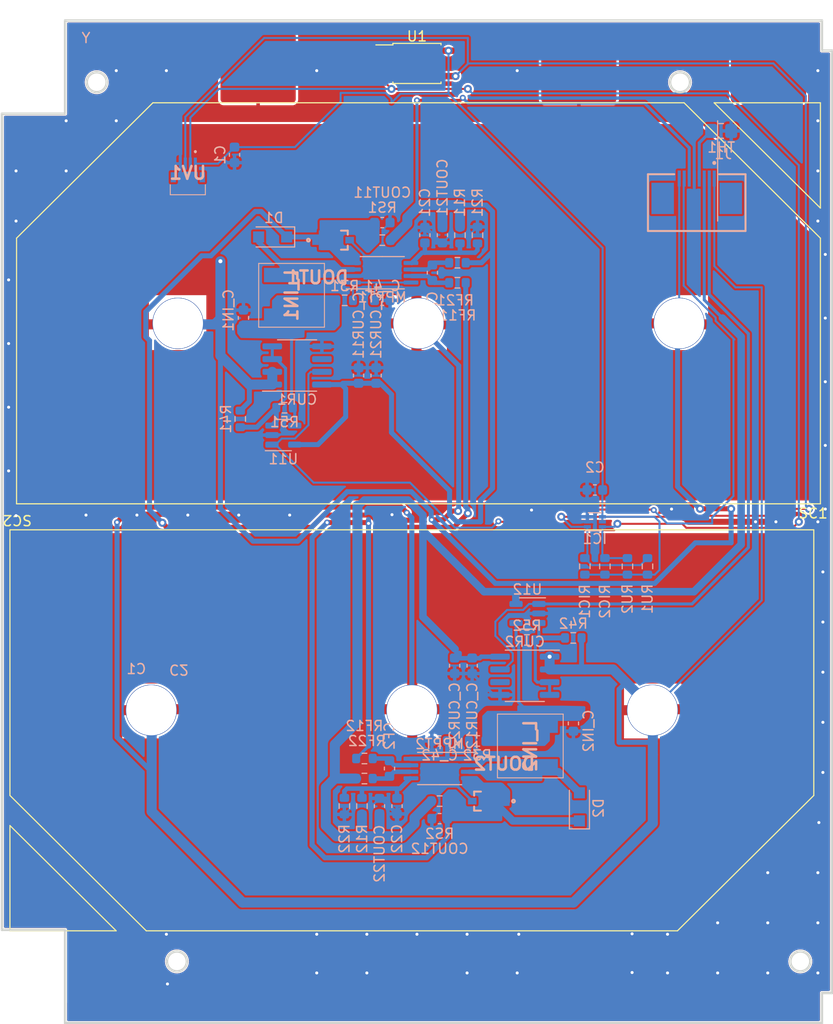
<source format=kicad_pcb>
(kicad_pcb (version 20211014) (generator pcbnew)
  (layers (0 "F.Cu" signal) (31 "B.Cu" signal) (34 "B.Paste" user) (35 "F.Paste" user) (36 "B.SilkS" user "B.Silkscreen") (37 "F.SilkS" user "F.Silkscreen") (38 "B.Mask" user) (39 "F.Mask" user) (44 "Edge.Cuts" user))
  (net 0 "")
  (net 1 "GND")
  (net 2 "/+3V3")
  (net 3 "/SCL")
  (net 5 "/SDA")
  (net 6 "Net-(C21-Pad1)")
  (net 7 "Net-(C22-Pad1)")
  (net 8 "Net-(CF2-Pad1)")
  (net 9 "Net-(CF1-Pad1)")
  (net 10 "/SC1_V+")
  (net 11 "/SC1_I+")
  (net 12 "/MPPT1")
  (net 13 "Net-(CF1-Pad2)")
  (net 14 "/MPPT2")
  (net 15 "/SC2_I+")
  (net 16 "/SC2_V+")
  (net 17 "Net-(CF2-Pad2)")
  (net 20 "Net-(C_41-Pad2)")
  (net 21 "Net-(C_42-Pad2)")
  (net 22 "/SolarMPPT/MPPT1_OUT")
  (net 23 "/SolarMPPT/MPPT2_OUT")
  (net 24 "/SolarMPPT/CUR1_OUT")
  (net 25 "/SolarMPPT/CUR2_OUT")
  (net 26 "/SolarMPPT/MPPT1_IN")
  (net 27 "/SolarMPPT/MPPT2_IN")
  (net 28 "/TEMP+")
  (net 30 "/SolarMPPT/CUR1_OUT(1)")
  (net 31 "/SolarMPPT/CUR2_OUT(1)")
  (footprint "STS_solder:3G30A_40x80_Y_SC2" (layer "F.Cu") (at 124.492 110.2978 180)
    (fp_text reference "SC2")
    (fp_text value "Solar_Cell")
  )
  (footprint "STS_solder:3G30A_40x80_Y_SC1" (layer "F.Cu") (at 125.1524 67.705)
    (fp_text reference "SC1")
    (fp_text value "Solar_Cell")
  )
  (footprint "Package_SO:SO-4_4.4x3.6mm_P2.54mm" (layer "F.Cu") (at 125 43.78)
    (fp_text reference "U1")
    (fp_text value "GUVA-C32SM")
  )
  (footprint "USER_OUTLINE:OUTLINE_SidepanelY+" (layer "F.Cu") (at 125 89.5)
    (fp_text reference "Outline1" hide)
    (fp_text value "OUTLINE_Sidepanel")
    (fp_line (start -35.1 50) (end 40.4 50) (layer "Edge.Cuts") (width 0.25))
    (fp_line (start 40.4 50) (end 40.4 47) (layer "Edge.Cuts") (width 0.25))
    (fp_line (start 41.4 -47) (end 41.4 47) (layer "Edge.Cuts") (width 0.25))
    (fp_line (start -35.1 -40.7) (end -35.1 -50) (layer "Edge.Cuts") (width 0.25))
    (fp_line (start 41.4 47) (end 40.4 47) (layer "Edge.Cuts") (width 0.25))
    (fp_line (start 41.4 -47) (end 40.4 -47) (layer "Edge.Cuts") (width 0.25))
    (fp_line (start -41.4 -40.7) (end -35.1 -40.7) (layer "Edge.Cuts") (width 0.25))
    (fp_line (start -41.4 -40.7) (end -41.4 40.7) (layer "Edge.Cuts") (width 0.25))
    (fp_line (start 40.4 -50) (end 40.4 -47) (layer "Edge.Cuts") (width 0.25))
    (fp_line (start -41.4 40.7) (end -35.1 40.7) (layer "Edge.Cuts") (width 0.25))
    (fp_line (start -35.1 40.7) (end -35.1 50) (layer "Edge.Cuts") (width 0.25))
    (fp_line (start -35.1 -50) (end 40.4 -50) (layer "Edge.Cuts") (width 0.25))
    (fp_circle (center 26.25 -43.85) (end 27.25 -43.85) (layer "Edge.Cuts") (width 0.25) (fill none))
    (fp_circle (center -23.95 43.85) (end -22.95 43.85) (layer "Edge.Cuts") (width 0.25) (fill none))
    (fp_circle (center -31.95 -43.85) (end -30.95 -43.85) (layer "Edge.Cuts") (width 0.25) (fill none))
    (fp_circle (center 38.25 43.85) (end 39.25 43.85) (layer "Edge.Cuts") (width 0.25) (fill none))
  )
  (footprint "STS_Connector:SAMTEC_ZF5S-08-01-T-WT" (layer "B.Cu") (at 152.914 57.242 180)
    (fp_text reference "J1")
    (fp_text value "Conn_01x08")
  )
  (footprint "Resistor_SMD:R_0603_1608Metric" (layer "B.Cu") (at 117.76 117.86 90)
    (fp_text reference "R22")
    (fp_text value "330k")
  )
  (footprint "Resistor_SMD:R_0603_1608Metric" (layer "B.Cu") (at 131.04 60.9075 -90)
    (fp_text reference "R21")
    (fp_text value "330k")
  )
  (footprint "STS_Inductor_SMD:XAL6060103MEC" (layer "B.Cu") (at 112.49 66.9075 90)
    (fp_text reference "L_IN1")
    (fp_text value "10u" hide)
  )
  (footprint "Resistor_SMD:R_0603_1608Metric" (layer "B.Cu") (at 140.5956 101.0824 180)
    (fp_text reference "R42")
    (fp_text value "0")
  )
  (footprint "Resistor_SMD:R_0805_2012Metric_Pad1.20x1.40mm_HandSolder" (layer "B.Cu") (at 155.353 50.511)
    (fp_text reference "TH1")
    (fp_text value "Thermistor_NTC")
  )
  (footprint "Resistor_SMD:R_0603_1608Metric" (layer "B.Cu") (at 119.76 113.11)
    (fp_text reference "RF12")
    (fp_text value "1k")
  )
  (footprint "Resistor_SMD:R_0603_1608Metric" (layer "B.Cu") (at 111.792 78.1208)
    (fp_text reference "R51")
    (fp_text value "10m")
  )
  (footprint "Capacitor_SMD:C_0603_1608Metric" (layer "B.Cu") (at 106.8 52.9 -90)
    (fp_text reference "C1")
    (fp_text value "1u")
  )
  (footprint "Resistor_SMD:R_0603_1608Metric" (layer "B.Cu") (at 107.3724 79.2384 -90)
    (fp_text reference "R41")
    (fp_text value "0")
  )
  (footprint "Capacitor_SMD:C_0603_1608Metric" (layer "B.Cu") (at 142.75 86.325)
    (fp_text reference "C2")
    (fp_text value "1u")
  )
  (footprint "Capacitor_SMD:C_0603_1608Metric" (layer "B.Cu") (at 107.69 69.1575 90)
    (fp_text reference "C_IN1")
    (fp_text value "10u")
  )
  (footprint "Package_TO_SOT_SMD:SOT-563" (layer "B.Cu") (at 142.75 89.5)
    (fp_text reference "IC1")
    (fp_text value "TMP112AQDRLRQ1")
  )
  (footprint "Resistor_SMD:R_0603_1608Metric" (layer "B.Cu") (at 119.76 115.11)
    (fp_text reference "RF22")
    (fp_text value "1k")
  )
  (footprint "Package_SO:SOIC-8_3.9x4.9mm_P1.27mm" (layer "B.Cu") (at 135.76 104.86 180)
    (fp_text reference "CUR2")
    (fp_text value "TMCS1101A3BQDT")
  )
  (footprint "SamacSys:STMITE" (layer "B.Cu") (at 133.01 117.36 180)
    (fp_text reference "DOUT2")
    (fp_text value "SMM4F5.0" hide)
  )
  (footprint "STS_Connector:5014610491" (layer "B.Cu") (at 102.14 54.702 180)
    (fp_text reference "UV1")
    (fp_text value "501461-0491" hide)
  )
  (footprint "Capacitor_SMD:C_0603_1608Metric" (layer "B.Cu") (at 121.26 117.86 90)
    (fp_text reference "COUT22")
    (fp_text value "10u")
  )
  (footprint "Capacitor_SMD:C_0603_1608Metric" (layer "B.Cu") (at 127.54 60.9075 -90)
    (fp_text reference "COUT21")
    (fp_text value "10u")
  )
  (footprint "Capacitor_SMD:C_0603_1608Metric" (layer "B.Cu") (at 127.26 119.11 180)
    (fp_text reference "COUT12")
    (fp_text value "4u7")
  )
  (footprint "Resistor_SMD:R_0603_1608Metric" (layer "B.Cu") (at 129.29 60.9075 90)
    (fp_text reference "R11")
    (fp_text value "1M")
  )
  (footprint "Package_TO_SOT_SMD:SOT-23-5" (layer "B.Cu") (at 136.0236 98.644 180)
    (fp_text reference "U12")
    (fp_text value "INA180A4")
  )
  (footprint "Capacitor_SMD:C_0603_1608Metric" (layer "B.Cu") (at 122.26 114.11 90)
    (fp_text reference "CF2")
    (fp_text value "1u")
  )
  (footprint "Capacitor_SMD:C_0603_1608Metric" (layer "B.Cu") (at 120.925 74.9075 90)
    (fp_text reference "C_CUR21")
    (fp_text value "10u")
  )
  (footprint "Resistor_SMD:R_0603_1608Metric" (layer "B.Cu") (at 146 93.945 90)
    (fp_text reference "RU2")
    (fp_text value "4k7")
  )
  (footprint "SamacSys:STMITE" (layer "B.Cu") (at 115.79 61.4075)
    (fp_text reference "DOUT1")
    (fp_text value "SMM4F5.0" hide)
  )
  (footprint "Package_TO_SOT_SMD:SOT-23-5" (layer "B.Cu") (at 111.6705 80.8488)
    (fp_text reference "U11")
    (fp_text value "INA180A4" hide)
  )
  (footprint "Resistor_SMD:R_0603_1608Metric" (layer "B.Cu") (at 121.54 61.4075 180)
    (fp_text reference "RS1")
    (fp_text value "0R01")
  )
  (footprint "Package_SO:TSSOP-8_4.4x3mm_P0.65mm" (layer "B.Cu") (at 121.54 64.6575)
    (fp_text reference "MPPT1")
    (fp_text value "SPV1040TTR")
  )
  (footprint "Capacitor_SMD:C_0603_1608Metric" (layer "B.Cu") (at 130.51 103.86 90)
    (fp_text reference "C_CUR12")
    (fp_text value "100n")
  )
  (footprint "Capacitor_SMD:C_0603_1608Metric" (layer "B.Cu") (at 126.54 64.6575 -90)
    (fp_text reference "CF1")
    (fp_text value "1u")
  )
  (footprint "Resistor_SMD:R_0603_1608Metric" (layer "B.Cu") (at 135.9728 101.2856 180)
    (fp_text reference "R52")
    (fp_text value "10m")
  )
  (footprint "Resistor_SMD:R_0603_1608Metric" (layer "B.Cu") (at 129.04 63.6575 180)
    (fp_text reference "RF21")
    (fp_text value "1k")
  )
  (footprint "Capacitor_SMD:C_0603_1608Metric" (layer "B.Cu") (at 140.61 109.61 -90)
    (fp_text reference "C_IN2")
    (fp_text value "10u")
  )
  (footprint "Resistor_SMD:R_0603_1608Metric" (layer "B.Cu") (at 119.51 117.86 -90)
    (fp_text reference "R12")
    (fp_text value "1M")
  )
  (footprint "Capacitor_SMD:C_0603_1608Metric" (layer "B.Cu") (at 127.26 111.36)
    (fp_text reference "C_42")
    (fp_text value "100n")
  )
  (footprint "Resistor_SMD:R_0603_1608Metric" (layer "B.Cu") (at 148 93.945 90)
    (fp_text reference "RU1")
    (fp_text value "4k7")
  )
  (footprint "Diode_SMD:D_SOD-123F" (layer "B.Cu") (at 110.6 61.0875 180)
    (fp_text reference "D1")
    (fp_text value "PMEG2020EH")
  )
  (footprint "Capacitor_SMD:C_0603_1608Metric" (layer "B.Cu") (at 119.175 74.9075 -90)
    (fp_text reference "C_CUR11")
    (fp_text value "100n")
  )
  (footprint "STS_Inductor_SMD:XAL6060103MEC" (layer "B.Cu") (at 136.31 111.86 -90)
    (fp_text reference "L_IN2")
    (fp_text value "10u" hide)
  )
  (footprint "Package_SO:SOIC-8_3.9x4.9mm_P1.27mm" (layer "B.Cu") (at 113.04 73.9075)
    (fp_text reference "CUR1")
    (fp_text value "TMCS1101A3BQDT")
  )
  (footprint "Resistor_SMD:R_0603_1608Metric" (layer "B.Cu") (at 141.75 93.945 90)
    (fp_text reference "RIC1")
    (fp_text value "4k7")
  )
  (footprint "Resistor_SMD:R_0603_1608Metric" (layer "B.Cu") (at 117.79 67.4075 180)
    (fp_text reference "R31")
    (fp_text value "1k")
  )
  (footprint "Package_SO:TSSOP-8_4.4x3mm_P0.65mm" (layer "B.Cu") (at 127.26 114.11 180)
    (fp_text reference "MPPT2")
    (fp_text value "SPV1040TTR")
  )
  (footprint "Capacitor_SMD:C_0603_1608Metric" (layer "B.Cu") (at 125.79 60.9075 90)
    (fp_text reference "C21")
    (fp_text value "1n")
  )
  (footprint "Capacitor_SMD:C_0603_1608Metric" (layer "B.Cu") (at 123.01 117.86 -90)
    (fp_text reference "C22")
    (fp_text value "1n")
  )
  (footprint "Resistor_SMD:R_0603_1608Metric" (layer "B.Cu") (at 129.04 65.6575 180)
    (fp_text reference "RF11")
    (fp_text value "1k")
  )
  (footprint "Resistor_SMD:R_0603_1608Metric" (layer "B.Cu") (at 131.01 111.36)
    (fp_text reference "R32")
    (fp_text value "1k")
  )
  (footprint "Capacitor_SMD:C_0603_1608Metric" (layer "B.Cu") (at 121.54 59.6575)
    (fp_text reference "COUT11")
    (fp_text value "4u7")
  )
  (footprint "Resistor_SMD:R_0603_1608Metric" (layer "B.Cu") (at 127.26 117.36)
    (fp_text reference "RS2")
    (fp_text value "0R01")
  )
  (footprint "Diode_SMD:D_SOD-123F" (layer "B.Cu") (at 141.21 117.93 90)
    (fp_text reference "D2")
    (fp_text value "PMEG2020EH")
  )
  (footprint "Capacitor_SMD:C_0603_1608Metric" (layer "B.Cu") (at 121.54 67.4075 180)
    (fp_text reference "C_41")
    (fp_text value "100n")
  )
  (footprint "Resistor_SMD:R_0603_1608Metric" (layer "B.Cu") (at 143.75 93.945 90)
    (fp_text reference "RIC2")
    (fp_text value "4k7")
  )
  (footprint "Capacitor_SMD:C_0603_1608Metric" (layer "B.Cu") (at 128.76 103.86 -90)
    (fp_text reference "C_CUR22")
    (fp_text value "10u")
  )
  (gr_text "C2" (at 101.25 104.25 -180) (layer "B.SilkS") (effects (font (size 1 1)) (justify mirror)))
  (gr_text "C1" (at 97 104.18) (layer "B.SilkS") (effects (font (size 1 1)) (justify mirror)))
  (gr_text "Y" (at 91.98 41.24) (layer "B.SilkS") (effects (font (size 1 1)) (justify mirror)))
  (segment (start 135 44.5) (end 140.945 44.5) (width 1) (layer "F.Cu") (net 1))
  (segment (start 140.945 44.5) (end 141 44.445) (width 1) (layer "F.Cu") (net 1))
  (segment (start 115 44.5) (end 109.055 44.5) (width 1) (layer "F.Cu") (net 1))
  (segment (start 114.36 133.86) (end 108.9 133.86) (width 0.2) (layer "F.Cu") (net 1))
  (segment (start 115 134.5) (end 114.36 133.86) (width 0.2) (layer "F.Cu") (net 1))
  (segment (start 109.055 44.5) (end 109 44.445) (width 1) (layer "F.Cu") (net 1))
  (segment (start 135 134.5) (end 140.26 134.5) (width 0.2) (layer "F.Cu") (net 1))
  (segment (start 140.26 134.5) (end 140.9 133.86) (width 0.2) (layer "F.Cu") (net 1))
  (via (at 115 134.5) (size 0.6) (drill 0.3) (layers "F.Cu" "B.Cu") (net 1))
  (via (at 165.5 99.5) (size 0.6) (drill 0.3) (layers "F.Cu" "B.Cu") (net 1))
  (via (at 85 54.5) (size 0.6) (drill 0.3) (layers "F.Cu" "B.Cu") (net 1))
  (via (at 100 130.64) (size 0.6) (drill 0.3) (layers "F.Cu" "B.Cu") (net 1))
  (via (at 95 44.5) (size 0.6) (drill 0.3) (layers "F.Cu" "B.Cu") (net 1))
  (via (at 125 130.64) (size 0.6) (drill 0.3) (layers "F.Cu" "B.Cu") (net 1))
  (via (at 165.1 119.5) (size 0.6) (drill 0.3) (layers "F.Cu" "B.Cu") (net 1))
  (via (at 165 54.5) (size 0.6) (drill 0.3) (layers "F.Cu" "B.Cu") (net 1))
  (via (at 155 129.5) (size 0.6) (drill 0.3) (layers "F.Cu" "B.Cu") (net 1))
  (via (at 165 124.5) (size 0.6) (drill 0.3) (layers "F.Cu" "B.Cu") (net 1))
  (via (at 160 129.5) (size 0.6) (drill 0.3) (layers "F.Cu" "B.Cu") (net 1))
  (via (at 95 49.5) (size 0.6) (drill 0.3) (layers "F.Cu" "B.Cu") (net 1))
  (via (at 85 59.5) (size 0.6) (drill 0.3) (layers "F.Cu" "B.Cu") (net 1))
  (via (at 160.814 89.5) (size 0.6) (drill 0.3) (layers "F.Cu" "B.Cu") (net 1))
  (via (at 150 134.5) (size 0.6) (drill 0.3) (layers "F.Cu" "B.Cu") (net 1))
  (via (at 100 44.5) (size 0.6) (drill 0.3) (layers "F.Cu" "B.Cu") (net 1))
  (via (at 91.98 88.83) (size 0.6) (drill 0.3) (layers "F.Cu" "B.Cu") (net 1))
  (via (at 84.26 84.42) (size 0.6) (drill 0.3) (layers "F.Cu" "B.Cu") (net 1))
  (via (at 122.5108 88.7888) (size 0.6) (drill 0.3) (layers "F.Cu" "B.Cu") (net 1))
  (via (at 90 49.5) (size 0.6) (drill 0.3) (layers "F.Cu" "B.Cu") (net 1))
  (via (at 165 89.5) (size 0.6) (drill 0.3) (layers "F.Cu" "B.Cu") (net 1))
  (via (at 158.782 89.5) (size 0.6) (drill 0.3) (layers "F.Cu" "B.Cu") (net 1))
  (via (at 160 134.5) (size 0.6) (drill 0.3) (layers "F.Cu" "B.Cu") (net 1))
  (via (at 165.74 88.23) (size 0.6) (drill 0.3) (layers "F.Cu" "B.Cu") (net 1))
  (via (at 120 134.5) (size 0.6) (drill 0.3) (layers "F.Cu" "B.Cu") (net 1))
  (via (at 165 49.5) (size 0.6) (drill 0.3) (layers "F.Cu" "B.Cu") (net 1))
  (via (at 97.06 88.83) (size 0.6) (drill 0.3) (layers "F.Cu" "B.Cu") (net 1))
  (via (at 165.5 114.5) (size 0.6) (drill 0.3) (layers "F.Cu" "B.Cu") (net 1))
  (via (at 120 130.64) (size 0.6) (drill 0.3) (layers "F.Cu" "B.Cu") (net 1))
  (via (at 115 130.64) (size 0.6) (drill 0.3) (layers "F.Cu" "B.Cu") (net 1))
  (via (at 135 134.5) (size 0.6) (drill 0.3) (layers "F.Cu" "B.Cu") (net 1))
  (via (at 135.16 130.64) (size 0.6) (drill 0.3) (layers "F.Cu" "B.Cu") (net 1))
  (via (at 150 130.64) (size 0.6) (drill 0.3) (layers "F.Cu" "B.Cu") (net 1))
  (via (at 112.3 88.83) (size 0.6) (drill 0.3) (layers "F.Cu" "B.Cu") (net 1))
  (via (at 146.463 134.458) (size 0.6) (drill 0.3) (layers "F.Cu" "B.Cu") (net 1))
  (via (at 90 54.5) (size 0.6) (drill 0.3) (layers "F.Cu" "B.Cu") (net 1))
  (via (at 146.463 130.598) (size 0.6) (drill 0.3) (layers "F.Cu" "B.Cu") (net 1))
  (via (at 100.108 135.601) (size 0.6) (drill 0.3) (layers "F.Cu" "B.Cu") (net 1))
  (via (at 136.43 88.33) (size 0.6) (drill 0.3) (layers "F.Cu" "B.Cu") (net 1))
  (via (at 130 134.5) (size 0.6) (drill 0.3) (layers "F.Cu" "B.Cu") (net 1))
  (via (at 130 130.64) (size 0.6) (drill 0.3) (layers "F.Cu" "B.Cu") (net 1))
  (via (at 150.4 88.23) (size 0.6) (drill 0.3) (layers "F.Cu" "B.Cu") (net 1))
  (via (at 165.5 109.5) (size 0.6) (drill 0.3) (layers "F.Cu" "B.Cu") (net 1))
  (via (at 115 44.5) (size 0.6) (drill 0.3) (layers "F.Cu" "B.Cu") (net 1))
  (via (at 85 88.8904) (size 0.6) (drill 0.3) (layers "F.Cu" "B.Cu") (net 1))
  (via (at 165.5 94.5) (size 0.6) (drill 0.3) (layers "F.Cu" "B.Cu") (net 1))
  (via (at 165.74 81.88) (size 0.6) (drill 0.3) (layers "F.Cu" "B.Cu") (net 1))
  (via (at 135 44.5) (size 0.6) (drill 0.3) (layers "F.Cu" "B.Cu") (net 1))
  (via (at 165.74 62.83) (size 0.6) (drill 0.3) (layers "F.Cu" "B.Cu") (net 1))
  (via (at 165.74 75.53) (size 0.6) (drill 0.3) (layers "F.Cu" "B.Cu") (net 1))
  (via (at 165.5 104.5) (size 0.6) (drill 0.3) (layers "F.Cu" "B.Cu") (net 1))
  (via (at 102.14 88.83) (size 0.6) (drill 0.3) (layers "F.Cu" "B.Cu") (net 1))
  (via (at 107.22 88.83) (size 0.6) (drill 0.3) (layers "F.Cu" "B.Cu") (net 1))
  (via (at 84.26 71.72) (size 0.6) (drill 0.3) (layers "F.Cu" "B.Cu") (net 1))
  (via (at 160 124.5) (size 0.6) (drill 0.3) (layers "F.Cu" "B.Cu") (net 1))
  (via (at 84.26 78.07) (size 0.6) (drill 0.3) (layers "F.Cu" "B.Cu") (net 1))
  (via (at 155 134.5) (size 0.6) (drill 0.3) (layers "F.Cu" "B.Cu") (net 1))
  (via (at 165.74 69.18) (size 0.6) (drill 0.3) (layers "F.Cu" "B.Cu") (net 1))
  (via (at 165 59.5) (size 0.6) (drill 0.3) (layers "F.Cu" "B.Cu") (net 1))
  (via (at 165 129.5) (size 0.6) (drill 0.3) (layers "F.Cu" "B.Cu") (net 1))
  (via (at 84.26 65.37) (size 0.6) (drill 0.3) (layers "F.Cu" "B.Cu") (net 1))
  (via (at 165 44.5) (size 0.6) (drill 0.3) (layers "F.Cu" "B.Cu") (net 1))
  (via (at 165 134.5) (size 0.6) (drill 0.3) (layers "F.Cu" "B.Cu") (net 1))
  (segment (start 125.97 115.39) (end 123.01 118.35) (width 0.2) (layer "B.Cu") (net 1))
  (segment (start 131.04 60.0825) (end 130.09 61.0325) (width 0.2) (layer "B.Cu") (net 1))
  (segment (start 123.01 118.635) (end 123.01 119.6845) (width 0.45) (layer "B.Cu") (net 1))
  (segment (start 132.64 106.765) (end 133.285 106.765) (width 0.3) (layer "B.Cu") (net 1))
  (segment (start 121.46 117.085) (end 123.01 118.635) (width 0.45) (layer "B.Cu") (net 1))
  (segment (start 120.297107 63.0075) (end 121.56 61.744607) (width 0.2) (layer "B.Cu") (net 1))
  (segment (start 122.915 63.0075) (end 125.79 60.1325) (width 0.2) (layer "B.Cu") (net 1))
  (segment (start 127.99452 115.90548) (end 129.06048 115.90548) (width 0.2) (layer "B.Cu") (net 1))
  (segment (start 117.76 118.685) (end 118.56 117.885) (width 0.2) (layer "B.Cu") (net 1))
  (segment (start 119.89 64.422506) (end 119.330006 64.9825) (width 0.2) (layer "B.Cu") (net 1))
  (segment (start 123.01 118.35) (end 123.01 118.635) (width 0.2) (layer "B.Cu") (net 1))
  (segment (start 130.515 117.36) (end 129.06048 115.90548) (width 0.25) (layer "B.Cu") (net 1))
  (segment (start 121.56 61.744607) (end 121.56 60.4125) (width 0.2) (layer "B.Cu") (net 1))
  (segment (start 120.46 117.885) (end 121.26 117.085) (width 0.2) (layer "B.Cu") (net 1))
  (segment (start 127.54 61.6825) (end 127.34 61.6825) (width 0.45) (layer "B.Cu") (net 1))
  (segment (start 129.434639 113.785) (end 130.1225 113.785) (width 0.25) (layer "B.Cu") (net 1))
  (segment (start 130.51 104.635) (end 128.76 104.635) (width 0.3) (layer "B.Cu") (net 1))
  (segment (start 119.330006 64.9825) (end 118.6775 64.9825) (width 0.2) (layer "B.Cu") (net 1))
  (segment (start 121.56 60.4125) (end 122.315 59.6575) (width 0.2) (layer "B.Cu") (net 1))
  (segment (start 119.89 63.0075) (end 122.915 63.0075) (width 0.2) (layer "B.Cu") (net 1))
  (segment (start 127.24 118.355) (end 127.24 116.66) (width 0.2) (layer "B.Cu") (net 1))
  (segment (start 118.29 61.4075) (end 119.89 63.0075) (width 0.2) (layer "B.Cu") (net 1))
  (segment (start 127.24 116.66) (end 127.99452 115.90548) (width 0.2) (layer "B.Cu") (net 1))
  (segment (start 127.24 116.66) (end 125.97 115.39) (width 0.2) (layer "B.Cu") (net 1))
  (segment (start 130.51 104.635) (end 132.64 106.765) (width 0.3) (layer "B.Cu") (net 1))
  (segment (start 119.89 63.0075) (end 119.89 64.422506) (width 0.2) (layer "B.Cu") (net 1))
  (segment (start 126.485 119.11) (end 127.24 118.355) (width 0.2) (layer "B.Cu") (net 1))
  (segment (start 130.09 61.0325) (end 128.19 61.0325) (width 0.2) (layer "B.Cu") (net 1))
  (segment (start 129.06048 114.159159) (end 129.434639 113.785) (width 0.25) (layer "B.Cu") (net 1))
  (segment (start 127.34 61.6825) (end 125.79 60.1325) (width 0.45) (layer "B.Cu") (net 1))
  (segment (start 118.56 117.885) (end 120.46 117.885) (width 0.2) (layer "B.Cu") (net 1))
  (segment (start 121.26 117.085) (end 121.46 117.085) (width 0.45) (layer "B.Cu") (net 1))
  (segment (start 129.06048 115.90548) (end 129.06048 114.159159) (width 0.25) (layer "B.Cu") (net 1))
  (segment (start 128.19 61.0325) (end 127.54 61.6825) (width 0.2) (layer "B.Cu") (net 1))
  (segment (start 119.89 63.0075) (end 120.297107 63.0075) (width 0.2) (layer "B.Cu") (net 1))
  (via (at 128.15 42.51) (size 0.8) (drill 0.4) (layers "F.Cu" "B.Cu") (net 2))
  (segment (start 149.2 89.5) (end 149.2 94.3) (width 0.2) (layer "B.Cu") (net 2))
  (segment (start 106.8 52.125) (end 112.825 52.125) (width 0.2) (layer "B.Cu") (net 2))
  (segment (start 133.847838 52.5) (end 128.15 46.802162) (width 0.2) (layer "B.Cu") (net 2))
  (segment (start 141.75 94.77) (end 148 94.77) (width 0.2) (layer "B.Cu") (net 2))
  (segment (start 143.5 86.35) (end 143.525 86.325) (width 0.2) (layer "B.Cu") (net 2))
  (segment (start 133.847838 52.5) (end 143.525 62.177162) (width 0.2) (layer "B.Cu") (net 2))
  (segment (start 117.38 46.72) (end 121.87005 46.72) (width 0.2) (layer "B.Cu") (net 2))
  (segment (start 128.15 46.802162) (end 123.352212 46.802162) (width 0.2) (layer "B.Cu") (net 2))
  (segment (start 148.7 89) (end 149.2 89.5) (width 0.2) (layer "B.Cu") (net 2))
  (segment (start 143.525 62.177162) (end 143.525 86.325) (width 0.2) (layer "B.Cu") (net 2))
  (segment (start 105.148 53.777) (end 102.89 53.777) (width 0.2) (layer "B.Cu") (net 2))
  (segment (start 123.352212 46.802162) (end 122.46 47.694374) (width 0.2) (layer "B.Cu") (net 2))
  (segment (start 122.46 47.30995) (end 122.46 47.694374) (width 0.2) (layer "B.Cu") (net 2))
  (segment (start 117.38 47.57) (end 117.38 46.72) (width 0.2) (layer "B.Cu") (net 2))
  (segment (start 112.825 52.125) (end 117.38 47.57) (width 0.2) (layer "B.Cu") (net 2))
  (segment (start 121.87005 46.72) (end 122.46 47.30995) (width 0.2) (layer "B.Cu") (net 2))
  (segment (start 143.5 89) (end 148.7 89) (width 0.2) (layer "B.Cu") (net 2))
  (segment (start 128.15 46.802162) (end 128.15 42.51) (width 0.2) (layer "B.Cu") (net 2))
  (segment (start 148.73 94.77) (end 149.2 94.3) (width 0.2) (layer "B.Cu") (net 2))
  (segment (start 143.5 89.5) (end 143.5 86.35) (width 0.2) (layer "B.Cu") (net 2))
  (segment (start 106.8 52.125) (end 105.148 53.777) (width 0.2) (layer "B.Cu") (net 2))
  (segment (start 148 94.77) (end 148.73 94.77) (width 0.2) (layer "B.Cu") (net 2))
  (segment (start 161.8 88.9) (end 162.490498 88.209502) (width 0.2) (layer "F.Cu") (net 3))
  (segment (start 139.4 89.0005) (end 151.17955 89.0005) (width 0.2) (layer "F.Cu") (net 3))
  (segment (start 151.17955 89.0005) (end 151.28005 88.9) (width 0.2) (layer "F.Cu") (net 3))
  (segment (start 162.490498 88.209502) (end 164.117729 88.209502) (width 0.2) (layer "F.Cu") (net 3))
  (segment (start 151.28005 88.9) (end 161.8 88.9) (width 0.2) (layer "F.Cu") (net 3))
  (via (at 128.8495 45.05) (size 0.8) (drill 0.4) (layers "F.Cu" "B.Cu") (net 3))
  (via (at 164.117729 88.209502) (size 0.8) (drill 0.4) (layers "F.Cu" "B.Cu") (net 3))
  (via (at 139.4 89.0005) (size 0.8) (drill 0.4) (layers "F.Cu" "B.Cu") (net 3))
  (segment (start 164.117729 88.209502) (end 163.8 87.891773) (width 0.2) (layer "B.Cu") (net 3))
  (segment (start 109.76 41.24) (end 130.08 41.24) (width 0.2) (layer "B.Cu") (net 3))
  (segment (start 148 93.12) (end 147.30048 93.81952) (width 0.2) (layer "B.Cu") (net 3))
  (segment (start 163.8 47.02) (end 160.56 43.78) (width 0.2) (layer "B.Cu") (net 3))
  (segment (start 142 90) (end 142 92.87) (width 0.2) (layer "B.Cu") (net 3))
  (segment (start 140.3995 90) (end 139.4 89.0005) (width 0.2) (layer "B.Cu") (net 3))
  (segment (start 130.08 43.78) (end 130.08 43.8195) (width 0.2) (layer "B.Cu") (net 3))
  (segment (start 160.56 43.78) (end 130.08 43.78) (width 0.2) (layer "B.Cu") (net 3))
  (segment (start 147.30048 93.81952) (end 142.44952 93.81952) (width 0.2) (layer "B.Cu") (net 3))
  (segment (start 142 92.87) (end 141.75 93.12) (width 0.2) (layer "B.Cu") (net 3))
  (segment (start 130.08 41.24) (end 130.08 43.78) (width 0.2) (layer "B.Cu") (net 3))
  (segment (start 142 90) (end 140.3995 90) (width 0.2) (layer "B.Cu") (net 3))
  (segment (start 101.89 49.11) (end 109.76 41.24) (width 0.2) (layer "B.Cu") (net 3))
  (segment (start 101.89 49.11) (end 101.89 53.777) (width 0.2) (layer "B.Cu") (net 3))
  (segment (start 163.8 87.891773) (end 163.8 47.02) (width 0.2) (layer "B.Cu") (net 3))
  (segment (start 130.08 43.8195) (end 128.8495 45.05) (width 0.2) (layer "B.Cu") (net 3))
  (segment (start 142.44952 93.81952) (end 141.75 93.12) (width 0.2) (layer "B.Cu") (net 3))
  (segment (start 145 89.7) (end 151.47 89.7) (width 0.2) (layer "F.Cu") (net 5))
  (segment (start 151.87 90.1) (end 162.5 90.1) (width 0.2) (layer "F.Cu") (net 5))
  (segment (start 122.46 46.32) (end 121.85 45.71) (width 0.2) (layer "F.Cu") (net 5))
  (segment (start 130.08 46.32) (end 122.46 46.32) (width 0.2) (layer "F.Cu") (net 5))
  (segment (start 151.47 89.7) (end 151.87 90.1) (width 0.2) (layer "F.Cu") (net 5))
  (segment (start 162.5 90.1) (end 163.1 89.5) (width 0.2) (layer "F.Cu") (net 5))
  (segment (start 121.85 45.71) (end 121.85 45.05) (width 0.2) (layer "F.Cu") (net 5))
  (via (at 130.08 46.32) (size 0.8) (drill 0.4) (layers "F.Cu" "B.Cu") (net 5))
  (via (at 122.46 46.32) (size 0.8) (drill 0.4) (layers "F.Cu" "B.Cu") (net 5))
  (via (at 145 89.7) (size 0.8) (drill 0.4) (layers "F.Cu" "B.Cu") (net 5))
  (via (at 163.1 89.5) (size 0.8) (drill 0.4) (layers "F.Cu" "B.Cu") (net 5))
  (segment (start 143.75 93.12) (end 143.5 92.87) (width 0.2) (layer "B.Cu") (net 5))
  (segment (start 143.5 92.87) (end 143.5 90) (width 0.2) (layer "B.Cu") (net 5))
  (segment (start 130.526923 46.766923) (end 130.08 46.32) (width 0.2) (layer "B.Cu") (net 5))
  (segment (start 163.1 53.94) (end 155.926923 46.766923) (width 0.2) (layer "B.Cu") (net 5))
  (segment (start 102.39 49.175686) (end 102.39 53.777) (width 0.2) (layer "B.Cu") (net 5))
  (segment (start 145 89.7) (end 144.7 90) (width 0.2) (layer "B.Cu") (net 5))
  (segment (start 163.1 89.5) (end 163.1 53.94) (width 0.2) (layer "B.Cu") (net 5))
  (segment (start 155.926923 46.766923) (end 130.526923 46.766923) (width 0.2) (layer "B.Cu") (net 5))
  (segment (start 146 93.12) (end 143.75 93.12) (width 0.2) (layer "B.Cu") (net 5))
  (segment (start 144.7 90) (end 143.5 90) (width 0.2) (layer "B.Cu") (net 5))
  (segment (start 105.245686 46.32) (end 102.39 49.175686) (width 0.2) (layer "B.Cu") (net 5))
  (segment (start 122.46 46.32) (end 105.245686 46.32) (width 0.2) (layer "B.Cu") (net 5))
  (segment (start 125.79 61.6825) (end 125.79 62.6575) (width 0.45) (layer "B.Cu") (net 6))
  (segment (start 125.503 62.6575) (end 125.79 62.6575) (width 0.45) (layer "B.Cu") (net 6))
  (segment (start 125.79 62.6575) (end 129.29 62.6575) (width 0.45) (layer "B.Cu") (net 6))
  (segment (start 131.04 62.4075) (end 131.04 61.7325) (width 0.45) (layer "B.Cu") (net 6))
  (segment (start 130.79 62.6575) (end 131.04 62.4075) (width 0.45) (layer "B.Cu") (net 6))
  (segment (start 129.29 62.6575) (end 130.79 62.6575) (width 0.45) (layer "B.Cu") (net 6))
  (segment (start 129.29 61.7325) (end 129.29 62.6575) (width 0.45) (layer "B.Cu") (net 6))
  (segment (start 124.478 63.6825) (end 125.503 62.6575) (width 0.45) (layer "B.Cu") (net 6))
  (segment (start 119.51 117.035) (end 119.51 116.11) (width 0.45) (layer "B.Cu") (net 7))
  (segment (start 117.76 116.36) (end 117.76 117.035) (width 0.45) (layer "B.Cu") (net 7))
  (segment (start 123.01 117.085) (end 123.01 116.11) (width 0.45) (layer "B.Cu") (net 7))
  (segment (start 123.01 116.11) (end 119.51 116.11) (width 0.45) (layer "B.Cu") (net 7))
  (segment (start 118.01 116.11) (end 117.76 116.36) (width 0.45) (layer "B.Cu") (net 7))
  (segment (start 119.51 116.11) (end 118.01 116.11) (width 0.45) (layer "B.Cu") (net 7))
  (segment (start 124.322 115.085) (end 123.297 116.11) (width 0.45) (layer "B.Cu") (net 7))
  (segment (start 123.297 116.11) (end 123.01 116.11) (width 0.45) (layer "B.Cu") (net 7))
  (segment (start 124.322 114.435) (end 122.71 114.435) (width 0.45) (layer "B.Cu") (net 8))
  (segment (start 122.035 115.11) (end 122.26 114.885) (width 0.45) (layer "B.Cu") (net 8))
  (segment (start 122.71 114.435) (end 122.26 114.885) (width 0.45) (layer "B.Cu") (net 8))
  (segment (start 120.585 115.11) (end 122.035 115.11) (width 0.45) (layer "B.Cu") (net 8))
  (segment (start 124.478 64.3325) (end 126.09 64.3325) (width 0.45) (layer "B.Cu") (net 9))
  (segment (start 128.215 63.6575) (end 126.765 63.6575) (width 0.45) (layer "B.Cu") (net 9))
  (segment (start 126.765 63.6575) (end 126.54 63.8825) (width 0.45) (layer "B.Cu") (net 9))
  (segment (start 126.09 64.3325) (end 126.54 63.8825) (width 0.45) (layer "B.Cu") (net 9))
  (segment (start 112.9842 69.7116) (end 124.8542 69.7116) (width 1) (layer "F.Cu") (net 10))
  (segment (start 124.9492 69.8066) (end 137.8892 69.8066) (width 1) (layer "F.Cu") (net 10))
  (segment (start 112.8892 69.8066) (end 112.9842 69.7116) (width 1) (layer "F.Cu") (net 10))
  (segment (start 150.8542 69.7116) (end 150.9492 69.8066) (width 1) (layer "F.Cu") (net 10))
  (segment (start 159.1442 69.8066) (end 159.2392 69.7116) (width 1) (layer "F.Cu") (net 10))
  (segment (start 137.8892 69.8066) (end 137.9842 69.7116) (width 1) (layer "F.Cu") (net 10))
  (segment (start 150.9492 69.8066) (end 159.1442 69.8066) (width 1) (layer "F.Cu") (net 10))
  (segment (start 137.9842 69.7116) (end 150.8542 69.7116) (width 1) (layer "F.Cu") (net 10))
  (segment (start 153.2448 88.2005) (end 156.3436 88.2005) (width 0.5) (layer "F.Cu") (net 10))
  (segment (start 127.6416 89.2955) (end 126.4695 89.2955) (width 0.5) (layer "F.Cu") (net 10))
  (segment (start 128.513338 88.423762) (end 127.6416 89.2955) (width 0.5) (layer "F.Cu") (net 10))
  (segment (start 91.7442 69.8066) (end 91.6492 69.7116) (width 1) (layer "F.Cu") (net 10))
  (segment (start 100.9492 69.8066) (end 112.8892 69.8066) (width 1) (layer "F.Cu") (net 10))
  (segment (start 100.9492 69.8066) (end 91.7442 69.8066) (width 1) (layer "F.Cu") (net 10))
  (segment (start 124.8542 69.7116) (end 124.9492 69.8066) (width 1) (layer "F.Cu") (net 10))
  (segment (start 124.9492 69.8066) (end 124.9492 79.9716) (width 1) (layer "F.Cu") (net 10))
  (segment (start 129.105362 88.423762) (end 128.513338 88.423762) (width 0.5) (layer "F.Cu") (net 10))
  (segment (start 124.9492 69.8066) (end 124.9492 64.2016) (width 1) (layer "F.Cu") (net 10))
  (via (at 156.3436 88.2005) (size 0.8) (drill 0.4) (layers "F.Cu" "B.Cu") (net 10))
  (via (at 105.39 63.5075) (size 0.8) (drill 0.4) (layers "F.Cu" "B.Cu") (net 10))
  (via (at 126.4695 89.2955) (size 0.6) (drill 0.3) (layers "F.Cu" "B.Cu") (net 10))
  (via (at 129.105362 88.423762) (size 0.8) (drill 0.4) (layers "F.Cu" "B.Cu") (net 10))
  (via (at 153.2448 88.2005) (size 0.8) (drill 0.4) (layers "F.Cu" "B.Cu") (net 10))
  (segment (start 132.8208 95.6468) (end 126.4695 89.2955) (width 0.5) (layer "B.Cu") (net 10))
  (segment (start 105.39 88.178) (end 105.39 72.921023) (width 0.5) (layer "B.Cu") (net 10))
  (segment (start 100.9492 69.8066) (end 104.8154 69.8066) (width 1) (layer "B.Cu") (net 10))
  (segment (start 129.165 85.6392) (end 129.165 88.364124) (width 0.5) (layer "B.Cu") (net 10))
  (segment (start 110.565 75.8125) (end 110.565 74.5425) (width 1) (layer "B.Cu") (net 10))
  (segment (start 110.565 76.058185) (end 110.565 75.8125) (width 0.2) (layer "B.Cu") (net 10))
  (segment (start 151.164 69.6934) (end 151.1524 69.705) (width 0.2) (layer "B.Cu") (net 10))
  (segment (start 129.165 73.9208) (end 129.165 85.6392) (width 0.5) (layer "B.Cu") (net 10))
  (segment (start 125 69.7558) (end 129.165 73.9208) (width 0.5) (layer "B.Cu") (net 10))
  (segment (start 151.164 55.262) (end 151.164 69.6934) (width 0.2) (layer "B.Cu") (net 10))
  (segment (start 108.281477 77.504323) (end 107.3724 78.4134) (width 0.5) (layer "B.Cu") (net 10))
  (segment (start 110.636396 75.8125) (end 110.565 75.8125) (width 0.2) (layer "B.Cu") (net 10))
  (segment (start 126.42 89.246) (end 126.4695 89.2955) (width 0.5) (layer "B.Cu") (net 10))
  (segment (start 108.6424 91.4304) (end 105.39 88.178) (width 0.5) (layer "B.Cu") (net 10))
  (segment (start 151 69.7558) (end 151 85.9852) (width 0.5) (layer "B.Cu") (net 10))
  (segment (start 105.39 63.5075) (end 105.39 69.232) (width 1) (layer "B.Cu") (net 10))
  (segment (start 151 85.9852) (end 153.2448 88.23) (width 0.5) (layer "B.Cu") (net 10))
  (segment (start 105.39 72.921023) (end 108.281477 75.8125) (width 1) (layer "B.Cu") (net 10))
  (segment (start 108.281477 75.8125) (end 110.565 75.8125) (width 1) (layer "B.Cu") (net 10))
  (segment (start 126.42 88.483274) (end 124.437726 86.501) (width 0.5) (layer "B.Cu") (net 10))
  (segment (start 129.165 88.364124) (end 129.105362 88.423762) (width 0.5) (layer "B.Cu") (net 10))
  (segment (start 156.3436 88.2005) (end 156.3436 91.59508) (width 0.5) (layer "B.Cu") (net 10))
  (segment (start 151.1524 69.705) (end 152.164 68.6934) (width 0.2) (layer "B.Cu") (net 10))
  (segment (start 124.437726 86.501) (end 118.033918 86.501) (width 0.5) (layer "B.Cu") (net 10))
  (segment (start 126.42 88.483274) (end 126.42 89.246) (width 0.5) (layer "B.Cu") (net 10))
  (segment (start 105.39 69.232) (end 105.39 72.921023) (width 1) (layer "B.Cu") (net 10))
  (segment (start 153.2448 88.23) (end 153.2448 88.2005) (width 0.5) (layer "B.Cu") (net 10))
  (segment (start 113.104518 91.4304) (end 108.6424 91.4304) (width 0.5) (layer "B.Cu") (net 10))
  (segment (start 111.3571 74.5425) (end 110.565 74.5425) (width 0.2) (layer "B.Cu") (net 10))
  (segment (start 148.7236 95.6468) (end 132.8208 95.6468) (width 0.5) (layer "B.Cu") (net 10))
  (segment (start 152.77532 91.59508) (end 148.7236 95.6468) (width 0.5) (layer "B.Cu") (net 10))
  (segment (start 108.281477 75.8125) (end 108.281477 77.504323) (width 0.5) (layer "B.Cu") (net 10))
  (segment (start 104.8154 69.8066) (end 105.39 69.232) (width 1) (layer "B.Cu") (net 10))
  (segment (start 156.3436 91.59508) (end 152.77532 91.59508) (width 0.5) (layer "B.Cu") (net 10))
  (segment (start 118.033918 86.501) (end 113.104518 91.4304) (width 0.5) (layer "B.Cu") (net 10))
  (segment (start 148.5712 88.2808) (end 137.954 88.2808) (width 0.2) (layer "F.Cu") (net 11))
  (segment (start 136.7348 89.5) (end 133.1788 89.5) (width 0.2) (layer "F.Cu") (net 11))
  (segment (start 137.954 88.2808) (end 136.7348 89.5) (width 0.2) (layer "F.Cu") (net 11))
  (segment (start 148.622 88.3316) (end 148.5712 88.2808) (width 0.2) (layer "F.Cu") (net 11))
  (segment (start 133.1788 89.5) (end 133.128 89.4492) (width 0.2) (layer "F.Cu") (net 11))
  (via (at 148.622 88.3316) (size 0.6) (drill 0.3) (layers "F.Cu" "B.Cu") (net 11))
  (via (at 133.128 89.4492) (size 0.6) (drill 0.3) (layers "F.Cu" "B.Cu") (net 11))
  (segment (start 114.1724 74.7752) (end 114.1724 79.8552) (width 0.2) (layer "B.Cu") (net 11))
  (segment (start 114.690509 85.591309) (end 110.898 81.7988) (width 0.2) (layer "B.Cu") (net 11))
  (segment (start 154.450714 89.665686) (end 149.956086 89.665686) (width 0.2) (layer "B.Cu") (net 11))
  (segment (start 132.493651 90.083549) (end 128.785251 90.083549) (width 0.2) (layer "B.Cu") (net 11))
  (segment (start 152.664 67.000396) (end 152.952002 67.288398) (width 0.2) (layer "B.Cu") (net 11))
  (segment (start 126.97 88.255456) (end 124.305853 85.591309) (width 0.2) (layer "B.Cu") (net 11))
  (segment (start 154.450714 89.056086) (end 156.577503 86.929297) (width 0.2) (layer "B.Cu") (net 11))
  (segment (start 154.805 69.141396) (end 152.952002 67.288398) (width 0.2) (layer "B.Cu") (net 11))
  (segment (start 115.515 74.5425) (end 114.4051 74.5425) (width 0.2) (layer "B.Cu") (net 11))
  (segment (start 133.128 89.4492) (end 132.493651 90.083549) (width 0.2) (layer "B.Cu") (net 11))
  (segment (start 124.305853 85.591309) (end 114.690509 85.591309) (width 0.2) (layer "B.Cu") (net 11))
  (segment (start 154.450714 89.665686) (end 154.450714 89.056086) (width 0.2) (layer "B.Cu") (net 11))
  (segment (start 110.898 81.7988) (end 110.533 81.7988) (width 0.2) (layer "B.Cu") (net 11))
  (segment (start 151.614 65.950396) (end 151.614 55.5096) (width 0.2) (layer "B.Cu") (net 11))
  (segment (start 112.8288 81.1988) (end 111.508 81.1988) (width 0.2) (layer "B.Cu") (net 11))
  (segment (start 149.956086 89.665686) (end 148.622 88.3316) (width 0.2) (layer "B.Cu") (net 11))
  (segment (start 126.97 88.268299) (end 128.785251 90.083549) (width 0.2) (layer "B.Cu") (net 11))
  (segment (start 156.67 71.324594) (end 156.577503 71.232097) (width 0.2) (layer "B.Cu") (net 11))
  (segment (start 110.908 81.7988) (end 110.533 81.7988) (width 0.2) (layer "B.Cu") (net 11))
  (segment (start 111.508 81.1988) (end 110.908 81.7988) (width 0.2) (layer "B.Cu") (net 11))
  (segment (start 154.805 69.459594) (end 154.805 69.141396) (width 0.2) (layer "B.Cu") (net 11))
  (segment (start 156.577503 71.232097) (end 156.577503 86.929297) (width 0.2) (layer "B.Cu") (net 11))
  (segment (start 152.664 67.000396) (end 151.614 65.950396) (width 0.2) (layer "B.Cu") (net 11))
  (segment (start 126.97 88.255456) (end 126.97 88.268299) (width 0.2) (layer "B.Cu") (net 11))
  (segment (start 114.4051 74.5425) (end 114.1724 74.7752) (width 0.2) (layer "B.Cu") (net 11))
  (segment (start 156.577503 71.232097) (end 154.805 69.459594) (width 0.2) (layer "B.Cu") (net 11))
  (segment (start 114.1724 79.8552) (end 112.8288 81.1988) (width 0.2) (layer "B.Cu") (net 11))
  (segment (start 115.515 74.5425) (end 115.173604 74.5425) (width 0.2) (layer "B.Cu") (net 11))
  (segment (start 125 47.463) (end 129.318 47.463) (width 0.3) (layer "F.Cu") (net 12))
  (segment (start 129.318 47.463) (end 129.572 47.209) (width 0.3) (layer "F.Cu") (net 12))
  (via (at 125 47.463) (size 0.6) (drill 0.3) (layers "F.Cu" "B.Cu") (net 12))
  (via (at 129.572 47.209) (size 0.6) (drill 0.3) (layers "F.Cu" "B.Cu") (net 12))
  (segment (start 147.715475 47.750275) (end 130.113275 47.750275) (width 0.3) (layer "B.Cu") (net 12))
  (segment (start 132.54 62.5575) (end 132.54 58.5575) (width 0.5) (layer "B.Cu") (net 12))
  (segment (start 127.54 60.1325) (end 127.54 57.9075) (width 1) (layer "B.Cu") (net 12))
  (segment (start 122.46 80.6) (end 128.255362 86.395362) (width 0.5) (layer "B.Cu") (net 12))
  (segment (start 125 47.336) (end 125 57.6175) (width 0.3) (layer "B.Cu") (net 12))
  (segment (start 119.175 75.6825) (end 117.615 75.6825) (width 0.5) (layer "B.Cu") (net 12))
  (segment (start 115.515 75.8125) (end 117.485 75.8125) (width 0.5) (layer "B.Cu") (net 12))
  (segment (start 124.04 59.7325) (end 124.04 59.1575) (width 1) (layer "B.Cu") (net 12))
  (segment (start 122.365 61.4075) (end 124.04 59.7325) (width 1) (layer "B.Cu") (net 12))
  (segment (start 120.925 75.6825) (end 120.925 75.795) (width 0.5) (layer "B.Cu") (net 12))
  (segment (start 129.29 60.0825) (end 129.29 57.9075) (width 1) (layer "B.Cu") (net 12))
  (segment (start 124.04 59.1575) (end 124.58875 58.60875) (width 1) (layer "B.Cu") (net 12))
  (segment (start 115.1244 81.7988) (end 117.888 79.0352) (width 0.5) (layer "B.Cu") (net 12))
  (segment (start 122.46 76.8) (end 122.46 80.6) (width 0.5) (layer "B.Cu") (net 12))
  (segment (start 152.164 52.1988) (end 152.164 55.262) (width 0.3) (layer "B.Cu") (net 12))
  (segment (start 125 57.6175) (end 125.29 57.9075) (width 0.3) (layer "B.Cu") (net 12))
  (segment (start 112.808 81.7988) (end 115.1244 81.7988) (width 0.5) (layer "B.Cu") (net 12))
  (segment (start 121.3425 75.6825) (end 122.46 76.8) (width 0.5) (layer "B.Cu") (net 12))
  (segment (start 128.255362 88.775844) (end 128.979518 89.5) (width 0.5) (layer "B.Cu") (net 12))
  (segment (start 128.255362 86.395362) (end 128.255362 88.775844) (width 0.5) (layer "B.Cu") (net 12))
  (segment (start 117.485 75.8125) (end 117.615 75.6825) (width 0.5) (layer "B.Cu") (net 12))
  (segment (start 120.925 75.6825) (end 119.175 75.6825) (width 0.5) (layer "B.Cu") (net 12))
  (segment (start 117.888 79.0352) (end 117.888 76.2155) (width 0.5) (layer "B.Cu") (net 12))
  (segment (start 131.89 57.9075) (end 129.29 57.9075) (width 0.5) (layer "B.Cu") (net 12))
  (segment (start 125.29 57.9075) (end 129.29 57.9075) (width 1) (layer "B.Cu") (net 12))
  (segment (start 131.44 63.6575) (end 129.865 63.6575) (width 0.5) (layer "B.Cu") (net 12))
  (segment (start 122.29 61.4825) (end 122.365 61.4075) (width 0.45) (layer "B.Cu") (net 12))
  (segment (start 132.54 86.16) (end 132.54 62.5575) (width 0.5) (layer "B.Cu") (net 12))
  (segment (start 120.925 75.6825) (end 121.3425 75.6825) (width 0.5) (layer "B.Cu") (net 12))
  (segment (start 132.54 62.5575) (end 131.44 63.6575) (width 0.5) (layer "B.Cu") (net 12))
  (segment (start 131.35 87.35) (end 132.54 86.16) (width 0.5) (layer "B.Cu") (net 12))
  (segment (start 117.888 76.2155) (end 117.485 75.8125) (width 0.5) (layer "B.Cu") (net 12))
  (segment (start 147.715475 47.750275) (end 152.164 52.1988) (width 0.3) (layer "B.Cu") (net 12))
  (segment (start 130.113275 47.750275) (end 129.572 47.209) (width 0.3) (layer "B.Cu") (net 12))
  (segment (start 132.54 58.5575) (end 131.89 57.9075) (width 0.5) (layer "B.Cu") (net 12))
  (segment (start 131.35 89.5) (end 131.35 87.35) (width 0.5) (layer "B.Cu") (net 12))
  (segment (start 147.704 47.76175) (end 147.715475 47.750275) (width 0.3) (layer "B.Cu") (net 12))
  (segment (start 124.58875 58.60875) (end 125.29 57.9075) (width 1) (layer "B.Cu") (net 12))
  (segment (start 128.979518 89.5) (end 131.35 89.5) (width 0.5) (layer "B.Cu") (net 12))
  (segment (start 126.09 64.9825) (end 126.54 65.4325) (width 0.45) (layer "B.Cu") (net 13))
  (segment (start 128.215 65.6575) (end 126.765 65.6575) (width 0.45) (layer "B.Cu") (net 13))
  (segment (start 124.478 64.9825) (end 126.09 64.9825) (width 0.45) (layer "B.Cu") (net 13))
  (segment (start 126.765 65.6575) (end 126.54 65.4325) (width 0.45) (layer "B.Cu") (net 13))
  (segment (start 116.81 111.71) (end 119.065 109.455) (width 1) (layer "B.Cu") (net 14))
  (segment (start 115.91 119.81) (end 115.91 116.01) (width 1) (layer "B.Cu") (net 14))
  (segment (start 128.175 101.565) (end 128.81 102.2) (width 0.75) (layer "B.Cu") (net 14))
  (segment (start 134.8674 96.4718) (end 134.8674 97.619) (width 0.75) (layer "B.Cu") (net 14))
  (segment (start 119.065 109.455) (end 119.065 87.897141) (width 1) (layer "B.Cu") (net 14))
  (segment (start 126.51 117.285) (end 126.435 117.36) (width 0.45) (layer "B.Cu") (net 14))
  (segment (start 116.81 115.11) (end 116.81 111.71) (width 1) (layer "B.Cu") (net 14))
  (segment (start 134.8674 96.4718) (end 131.6886 96.4718) (width 0.75) (layer "B.Cu") (net 14))
  (segment (start 157.345 87.635) (end 157.345 87.239594) (width 0.75) (layer "B.Cu") (net 14))
  (segment (start 119.51 118.685) (end 119.51 120.86) (width 1) (layer "B.Cu") (net 14))
  (segment (start 131.26 103.11) (end 131.415 102.955) (width 0.45) (layer "B.Cu") (net 14))
  (segment (start 125.595 98.985) (end 128.175 101.565) (width 0.75) (layer "B.Cu") (net 14))
  (segment (start 157.345 91.760406) (end 152.633606 96.4718) (width 0.75) (layer "B.Cu") (net 14))
  (segment (start 119.761141 87.326) (end 119.19 87.897141) (width 0.75) (layer "B.Cu") (net 14))
  (segment (start 131.415 102.955) (end 133.049 102.955) (width 0.45) (layer "B.Cu") (net 14))
  (segment (start 126.435 117.36) (end 124.76 119.035) (width 1) (layer "B.Cu") (net 14))
  (segment (start 119.51 120.86) (end 116.96 120.86) (width 1) (layer "B.Cu") (net 14))
  (segment (start 153.664 55.262) (end 153.664 67.364) (width 0.3) (layer "B.Cu") (net 14))
  (segment (start 115.91 116.01) (end 116.81 115.11) (width 1) (layer "B.Cu") (net 14))
  (segment (start 125.595 88.825) (end 124.096 87.326) (width 0.75) (layer "B.Cu") (net 14))
  (segment (start 131.6886 96.4718) (end 125.595 90.3782) (width 0.75) (layer "B.Cu") (net 14))
  (segment (start 116.96 120.86) (end 115.91 119.81) (width 1) (layer "B.Cu") (net 14))
  (segment (start 125.595 88.825) (end 125.595 90.3782) (width 0.75) (layer "B.Cu") (net 14))
  (segment (start 152.633606 96.4718) (end 134.8674 96.4718) (width 0.75) (layer "B.Cu") (net 14))
  (segment (start 157.345 87.635) (end 157.345 91.760406) (width 0.75) (layer "B.Cu") (net 14))
  (segment (start 131.26 103.11) (end 128.785 103.11) (width 0.45) (layer "B.Cu") (net 14))
  (segment (start 153.664 67.364) (end 155.48 69.18) (width 0.3) (layer "B.Cu") (net 14))
  (segment (start 157.345 87.635) (end 157.345 71.045) (width 0.75) (layer "B.Cu") (net 14))
  (segment (start 124.096 87.326) (end 119.761141 87.326) (width 0.75) (layer "B.Cu") (net 14))
  (segment (start 128.76 103.085) (end 129.255 102.59) (width 0.45) (layer "B.Cu") (net 14))
  (segment (start 124.76 119.035) (end 124.76 119.61) (width 1) (layer "B.Cu") (net 14))
  (segment (start 134.8674 97.619) (end 134.8861 97.619) (width 0.75) (layer "B.Cu") (net 14))
  (segment (start 157.345 71.045) (end 155.48 69.18) (width 0.75) (layer "B.Cu") (net 14))
  (segment (start 116.81 115.11) (end 118.935 115.11) (width 1) (layer "B.Cu") (net 14))
  (segment (start 124.76 119.61) (end 123.51 120.86) (width 1) (layer "B.Cu") (net 14))
  (segment (start 128.76 103.085) (end 129.105 102.74) (width 0.75) (layer "B.Cu") (net 14))
  (segment (start 128.785 103.11) (end 128.76 103.085) (width 0.45) (layer "B.Cu") (net 14))
  (segment (start 121.26 118.635) (end 121.26 120.86) (width 1) (layer "B.Cu") (net 14))
  (segment (start 123.51 120.86) (end 119.51 120.86) (width 1) (layer "B.Cu") (net 14))
  (segment (start 125.595 90.3782) (end 125.595 98.985) (width 0.75) (layer "B.Cu") (net 14))
  (segment (start 128.89 102.955) (end 128.76 103.085) (width 0.5) (layer "B.Cu") (net 14))
  (segment (start 137.1611 97.694) (end 137.7116 97.694) (width 0.2) (layer "B.Cu") (net 15))
  (segment (start 132.8232 100.882483) (end 132.8232 99.4568) (width 0.2) (layer "B.Cu") (net 15))
  (segment (start 134.55952 102.618803) (end 132.8232 100.882483) (width 0.2) (layer "B.Cu") (net 15))
  (segment (start 158.07 70.744696) (end 158.07 92.06071) (width 0.3) (layer "B.Cu") (net 15))
  (segment (start 158.07 92.06071) (end 152.43671 97.694) (width 0.3) (layer "B.Cu") (net 15))
  (segment (start 134.55952 103.36048) (end 134.55952 102.618803) (width 0.2) (layer "B.Cu") (net 15))
  (segment (start 133.285 104.225) (end 133.695 104.225) (width 0.2) (layer "B.Cu") (net 15))
  (segment (start 154.164 55.262) (end 154.164 66.838696) (width 0.3) (layer "B.Cu") (net 15))
  (segment (start 132.8232 99.4568) (end 133.986 98.294) (width 0.2) (layer "B.Cu") (net 15))
  (segment (start 133.695 104.225) (end 134.55952 103.36048) (width 0.2) (layer "B.Cu") (net 15))
  (segment (start 152.43671 97.694) (end 137.1611 97.694) (width 0.3) (layer "B.Cu") (net 15))
  (segment (start 133.986 98.294) (end 135.584996 98.294) (width 0.2) (layer "B.Cu") (net 15))
  (segment (start 154.164 66.838696) (end 158.07 70.744696) (width 0.3) (layer "B.Cu") (net 15))
  (segment (start 135.584996 98.294) (end 136.184996 97.694) (width 0.2) (layer "B.Cu") (net 15))
  (segment (start 136.184996 97.694) (end 137.1611 97.694) (width 0.2) (layer "B.Cu") (net 15))
  (segment (start 96.5908 88.0388) (end 95.0788 89.5508) (width 0.5) (layer "F.Cu") (net 16))
  (segment (start 98.5332 108.1976) (end 111.4032 108.1976) (width 1) (layer "F.Cu") (net 16))
  (segment (start 111.5932 108.1976) (end 111.4982 108.2926) (width 1) (layer "F.Cu") (net 16))
  (segment (start 123.4372 88.0388) (end 96.5908 88.0388) (width 0.5) (layer "F.Cu") (net 16))
  (segment (start 124.5332 108.1976) (end 124.5332 113.8026) (width 1) (layer "F.Cu") (net 16))
  (segment (start 148.5332 108.1976) (end 157.7382 108.1976) (width 1) (layer "F.Cu") (net 16))
  (segment (start 136.5932 108.3976) (end 136.4982 108.4926) (width 1) (layer "F.Cu") (net 16))
  (segment (start 90.2432 108.2926) (end 98.4382 108.2926) (width 1) (layer "F.Cu") (net 16))
  (segment (start 124.5332 108.1976) (end 111.5932 108.1976) (width 1) (layer "F.Cu") (net 16))
  (segment (start 136.4982 108.2926) (end 148.4382 108.2926) (width 1) (layer "F.Cu") (net 16))
  (segment (start 135.05 99.77) (end 138.235 102.955) (width 1) (layer "F.Cu") (net 16))
  (segment (start 123.984 88.5856) (end 123.4372 88.0388) (width 0.5) (layer "F.Cu") (net 16))
  (segment (start 157.7382 108.1976) (end 157.8332 108.2926) (width 1) (layer "F.Cu") (net 16))
  (segment (start 111.4032 108.1976) (end 111.4982 108.2926) (width 1) (layer "F.Cu") (net 16))
  (segment (start 98.4382 108.2926) (end 98.5332 108.1976) (width 1) (layer "F.Cu") (net 16))
  (segment (start 124.5332 108.1976) (end 124.5332 98.0326) (width 1) (layer "F.Cu") (net 16))
  (segment (start 136.4032 108.1976) (end 136.4982 108.2926) (width 1) (layer "F.Cu") (net 16))
  (segment (start 148.4382 108.2926) (end 148.5332 108.1976) (width 1) (layer "F.Cu") (net 16))
  (segment (start 136.4032 108.3976) (end 136.4982 108.4926) (width 1) (layer "F.Cu") (net 16))
  (segment (start 124.5332 108.1976) (end 136.4032 108.1976) (width 1) (layer "F.Cu") (net 16))
  (via (at 123.984 88.5856) (size 0.6) (drill 0.3) (layers "F.Cu" "B.Cu") (net 16))
  (via (at 138.235 102.955) (size 0.8) (drill 0.4) (layers "F.Cu" "B.Cu") (net 16))
  (via (at 95.0788 89.5508) (size 0.6) (drill 0.3) (layers "F.Cu" "B.Cu") (net 16))
  (segment (start 124.492 89.0936) (end 123.984 88.5856) (width 0.5) (layer "B.Cu") (net 16))
  (segment (start 141.757 104.225) (end 138.235 104.225) (width 1) (layer "B.Cu") (net 16))
  (segment (start 98.5332 108.1976) (end 98.5332 114.4428) (width 1) (layer "B.Cu") (net 16))
  (segment (start 141.4206 101.0824) (end 141.4206 103.8886) (width 0.5) (layer "B.Cu") (net 16))
  (segment (start 138.29 103.01) (end 138.235 102.955) (width 1) (layer "B.Cu") (net 16))
  (segment (start 138.21 102.93) (end 138.235 102.955) (width 1) (layer "B.Cu") (net 16))
  (segment (start 145.8582 105.5226) (end 144.5606 104.225) (width 1) (layer "B.Cu") (net 16))
  (segment (start 148.5332 119.5608) (end 148.5332 112.7284) (width 1) (layer "B.Cu") (net 16))
  (segment (start 140.621 127.473) (end 148.5332 119.5608) (width 1) (layer "B.Cu") (net 16))
  (segment (start 148.5332 111.5852) (end 148.4444 111.4964) (width 0.5) (layer "B.Cu") (net 16))
  (segment (start 148.5332 112.7284) (end 148.5332 111.5852) (width 1) (layer "B.Cu") (net 16))
  (segment (start 159.4 66.115) (end 156.7838 66.115) (width 0.2) (layer "B.Cu") (net 16))
  (segment (start 98.5332 118.4052) (end 107.601 127.473) (width 1) (layer "B.Cu") (net 16))
  (segment (start 141.4206 103.8886) (end 141.757 104.225) (width 0.5) (layer "B.Cu") (net 16))
  (segment (start 154.664 63.9952) (end 154.664 55.262) (width 0.2) (layer "B.Cu") (net 16))
  (segment (start 148.4696 112.6648) (end 148.5332 112.7284) (width 0.2) (layer "B.Cu") (net 16))
  (segment (start 95.0788 110.9884) (end 98.5332 114.4428) (width 0.5) (layer "B.Cu") (net 16))
  (segment (start 95.0788 89.5508) (end 95.0788 110.9884) (width 0.5) (layer "B.Cu") (net 16))
  (segment (start 148.4444 111.4964) (end 145.1676 111.4964) (width 0.5) (layer "B.Cu") (net 16))
  (segment (start 138.235 102.955) (end 138.235 104.225) (width 1) (layer "B.Cu") (net 16))
  (segment (start 156.7838 66.115) (end 154.664 63.9952) (width 0.2) (layer "B.Cu") (net 16))
  (segment (start 107.601 127.473) (end 140.621 127.473) (width 1) (layer "B.Cu") (net 16))
  (segment (start 98.5332 114.4428) (end 98.5332 118.4052) (width 1) (layer "B.Cu") (net 16))
  (segment (start 148.5332 108.1976) (end 159.4 97.3308) (width 0.2) (layer "B.Cu") (net 16))
  (segment (start 145.1676 106.2132) (end 145.8582 105.5226) (width 0.5) (layer "B.Cu") (net 16))
  (segment (start 145.1676 111.4964) (end 145.1676 106.2132) (width 0.5) (layer "B.Cu") (net 16))
  (segment (start 124.492 108.16) (end 124.492 89.0936) (width 0.5) (layer "B.Cu") (net 16))
  (segment (start 148.5332 108.1976) (end 145.8582 105.5226) (width 1) (layer "B.Cu") (net 16))
  (segment (start 148.5332 111.5852) (end 148.5332 108.1976) (width 1) (layer "B.Cu") (net 16))
  (segment (start 144.5606 104.225) (end 141.757 104.225) (width 1) (layer "B.Cu") (net 16))
  (segment (start 159.4 97.3308) (end 159.4 66.115) (width 0.2) (layer "B.Cu") (net 16))
  (segment (start 122.71 113.785) (end 122.26 113.335) (width 0.45) (layer "B.Cu") (net 17))
  (segment (start 124.322 113.785) (end 122.71 113.785) (width 0.45) (layer "B.Cu") (net 17))
  (segment (start 122.235 113.36) (end 122.26 113.335) (width 0.45) (layer "B.Cu") (net 17))
  (segment (start 120.585 113.11) (end 122.035 113.11) (width 0.45) (layer "B.Cu") (net 17))
  (segment (start 122.035 113.11) (end 122.26 113.335) (width 0.45) (layer "B.Cu") (net 17))
  (segment (start 124.4025 65.6325) (end 121.115 65.6325) (width 0.2) (layer "B.Cu") (net 20))
  (segment (start 118.615 67.4075) (end 118.615 65.695) (width 0.2) (layer "B.Cu") (net 20))
  (segment (start 120.765 67.4075) (end 120.765 65.9825) (width 0.2) (layer "B.Cu") (net 20))
  (segment (start 118.615 65.695) (end 118.6775 65.6325) (width 0.2) (layer "B.Cu") (net 20))
  (segment (start 121.115 65.6325) (end 118.6775 65.6325) (width 0.2) (layer "B.Cu") (net 20))
  (segment (start 120.765 65.9825) (end 121.115 65.6325) (width 0.2) (layer "B.Cu") (net 20))
  (segment (start 130.198 113.135) (end 127.985 113.135) (width 0.45) (layer "B.Cu") (net 21))
  (segment (start 128.035 113.085) (end 127.985 113.135) (width 0.45) (layer "B.Cu") (net 21))
  (segment (start 128.035 111.36) (end 128.035 113.085) (width 0.45) (layer "B.Cu") (net 21))
  (segment (start 127.985 113.135) (end 124.322 113.135) (width 0.45) (layer "B.Cu") (net 21))
  (segment (start 130.185 113.122) (end 130.198 113.135) (width 0.45) (layer "B.Cu") (net 21))
  (segment (start 130.185 111.36) (end 130.185 113.122) (width 0.45) (layer "B.Cu") (net 21))
  (segment (start 121.609261 90.045) (end 128.6855 90.045) (width 0.5) (layer "F.Cu") (net 22))
  (segment (start 128.6855 90.045) (end 130.08 88.6505) (width 0.5) (layer "F.Cu") (net 22))
  (segment (start 114.489918 90.045) (end 115.708718 88.8262) (width 0.5) (layer "F.Cu") (net 22))
  (segment (start 120.390461 88.8262) (end 121.609261 90.045) (width 0.5) (layer "F.Cu") (net 22))
  (segment (start 100.0434 90.045) (end 114.489918 90.045) (width 0.5) (layer "F.Cu") (net 22))
  (segment (start 99.6 89.6016) (end 100.0434 90.045) (width 0.5) (layer "F.Cu") (net 22))
  (segment (start 115.708718 88.8262) (end 120.390461 88.8262) (width 0.5) (layer "F.Cu") (net 22))
  (via (at 130.08 88.6505) (size 0.8) (drill 0.4) (layers "F.Cu" "B.Cu") (net 22))
  (via (at 99.6 89.6016) (size 0.8) (drill 0.4) (layers "F.Cu" "B.Cu") (net 22))
  (segment (start 103.5265 62.9675) (end 104.44 62.9675) (width 0.5) (layer "B.Cu") (net 22))
  (segment (start 109.46 58.5475) (end 112 61.0875) (width 0.5) (layer "B.Cu") (net 22))
  (segment (start 120.89 61.5825) (end 120.715 61.4075) (width 0.5) (layer "B.Cu") (net 22))
  (segment (start 120.79 61.4825) (end 120.715 61.4075) (width 0.45) (layer "B.Cu") (net 22))
  (segment (start 112 61.0875) (end 115.885 61.0875) (width 0.5) (layer "B.Cu") (net 22))
  (segment (start 97.949199 68.544801) (end 103.5265 62.9675) (width 0.5) (layer "B.Cu") (net 22))
  (segment (start 129.865 65.6575) (end 129.865 88.015) (width 0.5) (layer "B.Cu") (net 22))
  (segment (start 97.949199 71.049242) (end 97.949199 68.544801) (width 0.5) (layer "B.Cu") (net 22))
  (segment (start 104.44 62.9675) (end 108.86 58.5475) (width 0.5) (layer "B.Cu") (net 22))
  (segment (start 98.319638 88.321238) (end 99.6 89.6016) (width 0.5) (layer "B.Cu") (net 22))
  (segment (start 97.949199 71.049242) (end 98.319638 71.419681) (width 0.5) (layer "B.Cu") (net 22))
  (segment (start 129.865 88.015) (end 130.08 88.23) (width 0.5) (layer "B.Cu") (net 22))
  (segment (start 108.86 58.5475) (end 109.46 58.5475) (width 0.5) (layer "B.Cu") (net 22))
  (segment (start 130.08 88.23) (end 130.08 88.6505) (width 0.5) (layer "B.Cu") (net 22))
  (segment (start 115.885 61.0875) (end 116.205 61.4075) (width 0.5) (layer "B.Cu") (net 22))
  (segment (start 98.319638 71.419681) (end 98.319638 88.321238) (width 0.5) (layer "B.Cu") (net 22))
  (segment (start 120.0798 89.5762) (end 120.165 89.6614) (width 0.5) (layer "F.Cu") (net 23))
  (segment (start 116.0338 89.5762) (end 120.0798 89.5762) (width 0.5) (layer "F.Cu") (net 23))
  (via (at 120.165 89.6614) (size 0.6) (drill 0.3) (layers "F.Cu" "B.Cu") (net 23))
  (via (at 116.0338 89.5762) (size 0.6) (drill 0.3) (layers "F.Cu" "B.Cu") (net 23))
  (segment (start 133.7975 117.36) (end 133.7975 116.4975) (width 1) (layer "B.Cu") (net 23))
  (segment (start 115.81 123.01) (end 114.54 121.74) (width 0.5) (layer "B.Cu") (net 23))
  (segment (start 128.31 117.135) (end 128.085 117.36) (width 0.5) (layer "B.Cu") (net 23))
  (segment (start 118.935 113.11) (end 120.165 111.88) (width 0.3) (layer "B.Cu") (net 23))
  (segment (start 128.035 120.945) (end 125.97 123.01) (width 0.5) (layer "B.Cu") (net 23))
  (segment (start 128.035 119.11) (end 128.035 120.945) (width 0.5) (layer "B.Cu") (net 23))
  (segment (start 120.165 89.6614) (end 120.165 89.255) (width 0.5) (layer "B.Cu") (net 23))
  (segment (start 128.01 117.285) (end 128.085 117.36) (width 0.45) (layer "B.Cu") (net 23))
  (segment (start 120.165 111.88) (end 120.165 89.6614) (width 0.5) (layer "B.Cu") (net 23))
  (segment (start 141.21 119.33) (end 134.565 119.33) (width 0.75) (layer "B.Cu") (net 23))
  (segment (start 133.31 116.01) (end 131.11 116.01) (width 1) (layer "B.Cu") (net 23))
  (segment (start 133.7975 116.4975) (end 133.31 116.01) (width 1) (layer "B.Cu") (net 23))
  (segment (start 134.565 119.33) (end 132.595 117.36) (width 0.75) (layer "B.Cu") (net 23))
  (segment (start 114.54 91.07) (end 116.0338 89.5762) (width 0.5) (layer "B.Cu") (net 23))
  (segment (start 125.97 123.01) (end 115.81 123.01) (width 0.5) (layer "B.Cu") (net 23))
  (segment (start 114.54 121.74) (end 114.54 91.07) (width 0.5) (layer "B.Cu") (net 23))
  (segment (start 109.0244 80.0634) (end 110.967 78.1208) (width 0.5) (layer "B.Cu") (net 24))
  (segment (start 110.565 72.0025) (end 110.565 73.2725) (width 0.3) (layer "B.Cu") (net 24))
  (segment (start 110.967 78.1208) (end 110.967 79.4648) (width 0.5) (layer "B.Cu") (net 24))
  (segment (start 110.977107 73.2725) (end 111.89 74.185393) (width 0.3) (layer "B.Cu") (net 24))
  (segment (start 111.89 77.1978) (end 110.967 78.1208) (width 0.3) (layer "B.Cu") (net 24))
  (segment (start 110.533 78.5548) (end 110.967 78.1208) (width 0.3) (layer "B.Cu") (net 24))
  (segment (start 111.89 74.185393) (end 111.89 77.1978) (width 0.3) (layer "B.Cu") (net 24))
  (segment (start 107.3724 80.0634) (end 109.0244 80.0634) (width 0.5) (layer "B.Cu") (net 24))
  (segment (start 110.967 79.4648) (end 110.533 79.8988) (width 0.5) (layer "B.Cu") (net 24))
  (segment (start 110.565 73.2725) (end 110.977107 73.2725) (width 0.3) (layer "B.Cu") (net 24))
  (segment (start 110.952607 79.8988) (end 110.533 79.8988) (width 0.3) (layer "B.Cu") (net 24))
  (segment (start 137.1611 99.594) (end 137.1611 100.9223) (width 0.3) (layer "B.Cu") (net 25))
  (segment (start 136.7978 101.2856) (end 136.81 101.2978) (width 0.3) (layer "B.Cu") (net 25))
  (segment (start 137.0062 105.495) (end 138.235 105.495) (width 0.3) (layer "B.Cu") (net 25))
  (segment (start 137.001 101.0824) (end 136.7978 101.2856) (width 0.5) (layer "B.Cu") (net 25))
  (segment (start 138.235 106.765) (end 138.235 105.495) (width 0.3) (layer "B.Cu") (net 25))
  (segment (start 137.1611 100.9223) (end 136.7978 101.2856) (width 0.3) (layer "B.Cu") (net 25))
  (segment (start 139.7706 101.0824) (end 137.001 101.0824) (width 0.5) (layer "B.Cu") (net 25))
  (segment (start 136.81 101.2978) (end 136.81 105.2988) (width 0.3) (layer "B.Cu") (net 25))
  (segment (start 136.81 105.2988) (end 137.0062 105.495) (width 0.3) (layer "B.Cu") (net 25))
  (segment (start 117.045 64.3325) (end 115.915 64.3325) (width 0.45) (layer "B.Cu") (net 26))
  (segment (start 113.565 64.3325) (end 112.065 64.3325) (width 0.45) (layer "B.Cu") (net 26))
  (segment (start 109.2 61.5975) (end 112.49 64.8875) (width 0.5) (layer "B.Cu") (net 26))
  (segment (start 113.565 64.3325) (end 113.04 64.8575) (width 0.45) (layer "B.Cu") (net 26))
  (segment (start 109.2 61.0875) (end 109.2 61.5975) (width 0.5) (layer "B.Cu") (net 26))
  (segment (start 118.6775 64.3325) (end 113.045 64.3325) (width 0.5) (layer "B.Cu") (net 26))
  (segment (start 113.065 64.3325) (end 113.04 64.3075) (width 0.3) (layer "B.Cu") (net 26))
  (segment (start 118.602 64.3325) (end 117.045 64.3325) (width 0.45) (layer "B.Cu") (net 26))
  (segment (start 117.045 64.3325) (end 113.565 64.3325) (width 0.45) (layer "B.Cu") (net 26))
  (segment (start 113.045 64.3325) (end 112.49 64.8875) (width 0.5) (layer "B.Cu") (net 26))
  (segment (start 141.21 116.53) (end 139.115 114.435) (width 0.75) (layer "B.Cu") (net 27))
  (segment (start 139.115 114.435) (end 132.005 114.435) (width 0.75) (layer "B.Cu") (net 27))
  (segment (start 135.735 114.435) (end 135.76 114.46) (width 0.3) (layer "B.Cu") (net 27))
  (segment (start 130.198 114.435) (end 135.685 114.435) (width 0.45) (layer "B.Cu") (net 27))
  (segment (start 135.685 114.435) (end 136.735 114.435) (width 0.45) (layer "B.Cu") (net 27))
  (segment (start 153.164 51.7) (end 153.164 55.262) (width 0.3) (layer "B.Cu") (net 28))
  (segment (start 154.353 50.511) (end 153.164 51.7) (width 0.3) (layer "B.Cu") (net 28))
  (segment (start 112.808 78.3118) (end 112.617 78.1208) (width 0.3) (layer "B.Cu") (net 30))
  (segment (start 112.617 78.1208) (end 112.49 77.9938) (width 0.3) (layer "B.Cu") (net 30))
  (segment (start 112.808 79.8988) (end 112.808 78.3118) (width 0.3) (layer "B.Cu") (net 30))
  (segment (start 112.49 77.9938) (end 112.49 68.9275) (width 0.3) (layer "B.Cu") (net 30))
  (segment (start 113.0127 68.9275) (end 112.49 68.9275) (width 0.3) (layer "B.Cu") (net 30))
  (segment (start 135.1478 107.5218) (end 136.31 108.684) (width 0.3) (layer "B.Cu") (net 31))
  (segment (start 135.1478 101.2856) (end 135.1478 107.5218) (width 0.3) (layer "B.Cu") (net 31))
  (segment (start 134.8861 101.0239) (end 135.1478 101.2856) (width 0.3) (layer "B.Cu") (net 31))
  (segment (start 136.31 108.684) (end 136.31 109.84) (width 0.3) (layer "B.Cu") (net 31))
  (segment (start 134.8861 99.594) (end 134.8861 101.0239) (width 0.3) (layer "B.Cu") (net 31))
  (zone (net 1) (net_name "GND") (layers F&B.Cu) (connect_pads (clearance 0.2)) (min_thickness 0.2) (fill yes (thermal_gap 0.25) (thermal_bridge_width 0.35))
    (polygon (pts (xy 166.4 139.5) (xy 83.4 139.5) (xy 83.4 39.25) (xy 166.4 39.25)))
  )
  (zone (net 31) (net_name "/SolarMPPT/CUR2_OUT(1)") (layer "B.Cu") (priority 6) (connect_pads yes (clearance 0.5)) (min_thickness 0.254) (fill yes (thermal_gap 0.2) (thermal_bridge_width 0.3))
    (polygon (pts (xy 131.51 108.86) (xy 132.01 108.36) (xy 135.01 108.36) (xy 135.0076 107.788) (xy 135.9728 107.8388) (xy 139.478 107.8388) (xy 141.8148 107.8896) (xy 141.76 108.86) (xy 141.26 109.36) (xy 138.76 109.36) (xy 138.26 109.86) (xy 138.26 111.36) (xy 137.76 111.86) (xy 131.51 111.86)))
  )
  (zone (net 27) (net_name "/SolarMPPT/MPPT2_IN") (layer "B.Cu") (priority 3) (connect_pads yes (clearance 0.2)) (min_thickness 0.254) (fill yes (thermal_gap 0.2) (thermal_bridge_width 0.3))
    (polygon (pts (xy 131.26 114.61) (xy 131.26 114.36) (xy 132.01 113.61) (xy 137.51 113.61) (xy 137.51 115.36) (xy 132.01 115.36)))
  )
  (zone (net 23) (net_name "/SolarMPPT/MPPT2_OUT") (layer "B.Cu") (priority 3) (connect_pads yes (clearance 0.2)) (min_thickness 0.254) (fill yes (thermal_gap 0.2) (thermal_bridge_width 0.3))
    (polygon (pts (xy 127.51 116.61) (xy 128.01 116.11) (xy 129.01 116.11) (xy 129.51 115.61) (xy 129.51 114.86) (xy 131.01 114.86) (xy 132.51 116.36) (xy 133.51 116.36) (xy 133.51 119.36) (xy 127.51 119.36)))
  )
  (zone (net 30) (net_name "/SolarMPPT/CUR1_OUT(1)") (layer "B.Cu") (priority 3) (connect_pads yes (clearance 0.2)) (min_thickness 0.254) (fill yes (thermal_gap 0.2) (thermal_bridge_width 0.3))
    (polygon (pts (xy 117.29 69.9075) (xy 116.79 70.4075) (xy 113.79 70.4075) (xy 113.7732 71.1104) (xy 112.554 71.2628) (xy 107.4232 71.1612) (xy 107.0676 70.704) (xy 107.04 69.9075) (xy 107.54 69.4075) (xy 110.04 69.4075) (xy 110.54 68.9075) (xy 110.54 67.4075) (xy 111.04 66.9075) (xy 117.29 66.9075)))
  )
  (zone (net 26) (net_name "/SolarMPPT/MPPT1_IN") (layer "B.Cu") (priority 3) (connect_pads yes (clearance 0.2)) (min_thickness 0.254) (fill yes (thermal_gap 0.2) (thermal_bridge_width 0.3))
    (polygon (pts (xy 117.54 64.1575) (xy 117.54 64.4075) (xy 116.79 65.1575) (xy 111.29 65.1575) (xy 111.29 63.4075) (xy 116.79 63.4075)))
  )
  (zone (net 22) (net_name "/SolarMPPT/MPPT1_OUT") (layer "B.Cu") (priority 3) (connect_pads yes (clearance 0.2)) (min_thickness 0.254) (fill yes (thermal_gap 0.2) (thermal_bridge_width 0.3))
    (polygon (pts (xy 121.29 62.1575) (xy 120.79 62.6575) (xy 119.79 62.6575) (xy 119.29 63.1575) (xy 119.29 63.9075) (xy 117.79 63.9075) (xy 116.29 62.4075) (xy 115.29 62.4075) (xy 115.29 59.4075) (xy 121.29 59.4075)))
  )
)
</source>
